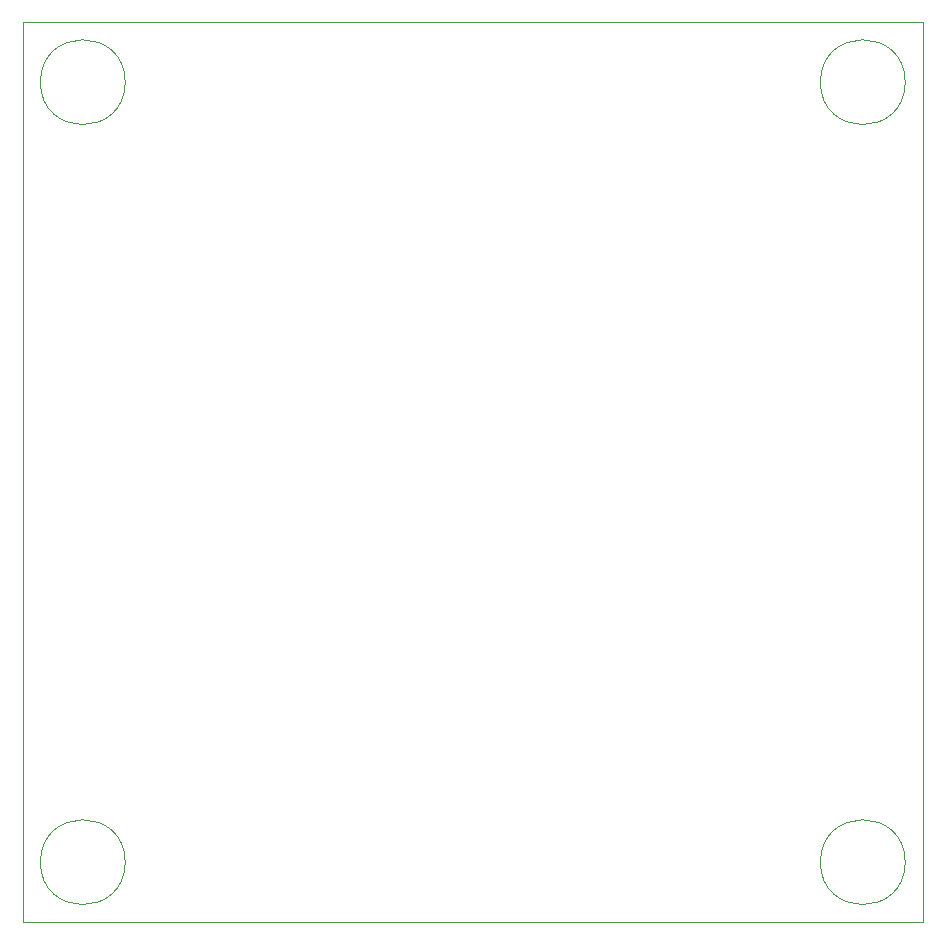
<source format=gbr>
%TF.GenerationSoftware,KiCad,Pcbnew,8.0.6*%
%TF.CreationDate,2024-11-14T00:00:25+01:00*%
%TF.ProjectId,CameraSlider,43616d65-7261-4536-9c69-6465722e6b69,rev?*%
%TF.SameCoordinates,Original*%
%TF.FileFunction,Profile,NP*%
%FSLAX46Y46*%
G04 Gerber Fmt 4.6, Leading zero omitted, Abs format (unit mm)*
G04 Created by KiCad (PCBNEW 8.0.6) date 2024-11-14 00:00:25*
%MOMM*%
%LPD*%
G01*
G04 APERTURE LIST*
%TA.AperFunction,Profile*%
%ADD10C,0.050000*%
%TD*%
G04 APERTURE END LIST*
D10*
X201712102Y-121920000D02*
G75*
G02*
X194527898Y-121920000I-3592102J0D01*
G01*
X194527898Y-121920000D02*
G75*
G02*
X201712102Y-121920000I3592102J0D01*
G01*
X135672102Y-121920000D02*
G75*
G02*
X128487898Y-121920000I-3592102J0D01*
G01*
X128487898Y-121920000D02*
G75*
G02*
X135672102Y-121920000I3592102J0D01*
G01*
X135672102Y-55880000D02*
G75*
G02*
X128487898Y-55880000I-3592102J0D01*
G01*
X128487898Y-55880000D02*
G75*
G02*
X135672102Y-55880000I3592102J0D01*
G01*
X201712102Y-55880000D02*
G75*
G02*
X194527898Y-55880000I-3592102J0D01*
G01*
X194527898Y-55880000D02*
G75*
G02*
X201712102Y-55880000I3592102J0D01*
G01*
X127000000Y-50800000D02*
X203200000Y-50800000D01*
X203200000Y-127000000D01*
X127000000Y-127000000D01*
X127000000Y-50800000D01*
M02*

</source>
